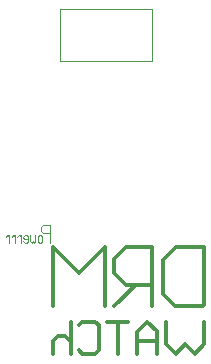
<source format=gbr>
%FSLAX34Y34*%
%MOMM*%
%LNSILK_BOTTOM_*%
G71*
G01*
%ADD10C, 0.30*%
%ADD11C, 0.10*%
%LPD*%
G54D10*
X331983Y731000D02*
X331983Y682000D01*
X330983Y681000D01*
X306983Y681000D01*
X296983Y691000D01*
X296983Y720000D01*
X307983Y731000D01*
X331983Y731000D01*
G54D10*
X287983Y681000D02*
X287983Y731000D01*
X265983Y731000D01*
X255983Y721000D01*
X255983Y709000D01*
X265983Y699000D01*
X287983Y699000D01*
X273983Y699000D01*
X255983Y681000D01*
G54D10*
X247983Y681000D02*
X247983Y731000D01*
X225983Y709000D01*
X203983Y731000D01*
X203983Y681000D01*
G54D10*
X331983Y668000D02*
X331983Y649000D01*
X323983Y641000D01*
X315983Y649000D01*
X307983Y641000D01*
X299983Y649000D01*
X299983Y668000D01*
G54D10*
X291983Y641000D02*
X291983Y660000D01*
X283983Y668000D01*
X274983Y659000D01*
X274983Y641000D01*
G54D10*
X291983Y652000D02*
X274983Y652000D01*
G54D10*
X267983Y668000D02*
X249983Y668000D01*
X258983Y668000D01*
X258983Y641000D01*
G54D10*
X225983Y665000D02*
X228983Y668000D01*
X239983Y668000D01*
X242983Y665000D01*
X242983Y644000D01*
X239983Y641000D01*
X228983Y641000D01*
X225983Y644000D01*
G54D10*
X218983Y668000D02*
X218983Y641000D01*
X218983Y651000D01*
X213983Y656000D01*
X207983Y656000D01*
X203983Y652000D01*
X203983Y641000D01*
G54D11*
X201983Y735000D02*
X201983Y750000D01*
X195983Y750000D01*
X193983Y748000D01*
X193983Y745000D01*
X195983Y743000D01*
X201983Y743000D01*
G54D11*
X193983Y735000D02*
X194983Y736000D01*
X194983Y740000D01*
X193983Y741000D01*
X191983Y741000D01*
X190983Y740000D01*
X190983Y736000D01*
X191983Y735000D01*
X193983Y735000D01*
G54D11*
X188983Y741000D02*
X188983Y736000D01*
X187983Y735000D01*
X186983Y736000D01*
X185983Y735000D01*
X184983Y736000D01*
X184983Y741000D01*
G54D11*
X182983Y740000D02*
X181983Y741000D01*
X179983Y741000D01*
X178983Y740000D01*
X178983Y739000D01*
X179983Y738000D01*
X182983Y738000D01*
X182983Y740000D01*
X182983Y736000D01*
X181983Y735000D01*
X179983Y735000D01*
X178983Y736000D01*
G54D11*
X176983Y735000D02*
X176983Y741000D01*
X176983Y740000D01*
X175983Y741000D01*
X174983Y741000D01*
X173983Y740000D01*
G54D11*
X171983Y735000D02*
X171983Y741000D01*
X171983Y740000D01*
X170983Y741000D01*
X169983Y741000D01*
X168983Y740000D01*
G54D11*
X166983Y735000D02*
X166983Y741000D01*
X166983Y740000D01*
X165983Y741000D01*
X164983Y741000D01*
X163983Y740000D01*
G54D11*
X210000Y933000D02*
X288000Y933000D01*
X288000Y889000D01*
X210000Y889000D01*
X210000Y933000D01*
M02*

</source>
